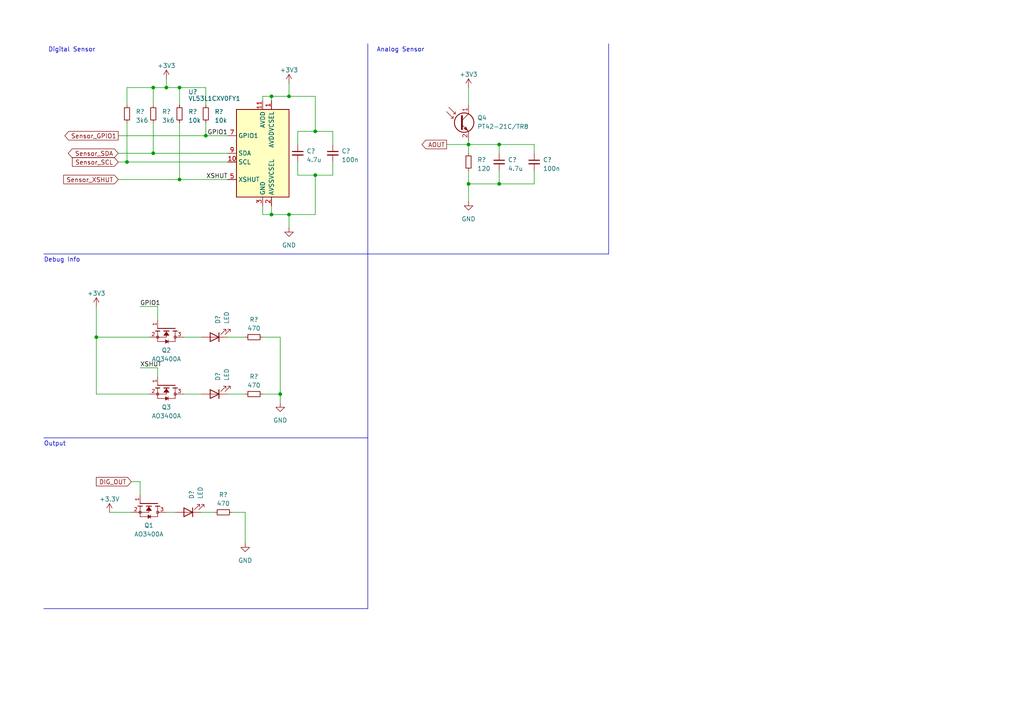
<source format=kicad_sch>
(kicad_sch (version 20230121) (generator eeschema)

  (uuid 2ec83dea-c210-43be-91c5-d8f357c4a306)

  (paper "A4")

  (title_block
    (title "Enviro Sensing HAT")
    (date "2023-03-21")
    (rev "5.1")
  )

  (lib_symbols
    (symbol "AO3400A:AO3400A" (pin_names (offset 1.016)) (in_bom yes) (on_board yes)
      (property "Reference" "Q" (at -8.89 2.54 0)
        (effects (font (size 1.27 1.27)) (justify left bottom))
      )
      (property "Value" "AO3400A" (at -8.89 -7.62 0)
        (effects (font (size 1.27 1.27)) (justify left bottom))
      )
      (property "Footprint" "SOT95P280X125-3N" (at 0 0 0)
        (effects (font (size 1.27 1.27)) (justify bottom) hide)
      )
      (property "Datasheet" "" (at 0 0 0)
        (effects (font (size 1.27 1.27)) hide)
      )
      (property "STANDARD" "IPC 7351B" (at 0 0 0)
        (effects (font (size 1.27 1.27)) (justify bottom) hide)
      )
      (property "MAXIMUM_PACKAGE_HEIGHT" "1.25 mm" (at 0 0 0)
        (effects (font (size 1.27 1.27)) (justify bottom) hide)
      )
      (property "MANUFACTURER" "Alpha & Omega Semiconductor" (at 0 0 0)
        (effects (font (size 1.27 1.27)) (justify bottom) hide)
      )
      (property "PARTREV" "L" (at 0 0 0)
        (effects (font (size 1.27 1.27)) (justify bottom) hide)
      )
      (symbol "AO3400A_0_0"
        (polyline
          (pts
            (xy 0 2.54)
            (xy 0 -2.54)
          )
          (stroke (width 0.254) (type default))
          (fill (type none))
        )
        (polyline
          (pts
            (xy 0.762 -2.54)
            (xy 0.762 -3.175)
          )
          (stroke (width 0.254) (type default))
          (fill (type none))
        )
        (polyline
          (pts
            (xy 0.762 -1.905)
            (xy 0.762 -2.54)
          )
          (stroke (width 0.254) (type default))
          (fill (type none))
        )
        (polyline
          (pts
            (xy 0.762 0)
            (xy 0.762 -0.762)
          )
          (stroke (width 0.254) (type default))
          (fill (type none))
        )
        (polyline
          (pts
            (xy 0.762 0)
            (xy 2.54 0)
          )
          (stroke (width 0.1524) (type default))
          (fill (type none))
        )
        (polyline
          (pts
            (xy 0.762 0.762)
            (xy 0.762 0)
          )
          (stroke (width 0.254) (type default))
          (fill (type none))
        )
        (polyline
          (pts
            (xy 0.762 2.54)
            (xy 0.762 1.905)
          )
          (stroke (width 0.254) (type default))
          (fill (type none))
        )
        (polyline
          (pts
            (xy 0.762 2.54)
            (xy 3.81 2.54)
          )
          (stroke (width 0.1524) (type default))
          (fill (type none))
        )
        (polyline
          (pts
            (xy 0.762 3.175)
            (xy 0.762 2.54)
          )
          (stroke (width 0.254) (type default))
          (fill (type none))
        )
        (polyline
          (pts
            (xy 2.54 -2.54)
            (xy 0.762 -2.54)
          )
          (stroke (width 0.1524) (type default))
          (fill (type none))
        )
        (polyline
          (pts
            (xy 2.54 -2.54)
            (xy 3.81 -2.54)
          )
          (stroke (width 0.1524) (type default))
          (fill (type none))
        )
        (polyline
          (pts
            (xy 2.54 0)
            (xy 2.54 -2.54)
          )
          (stroke (width 0.1524) (type default))
          (fill (type none))
        )
        (polyline
          (pts
            (xy 3.81 0.508)
            (xy 3.302 0.508)
          )
          (stroke (width 0.1524) (type default))
          (fill (type none))
        )
        (polyline
          (pts
            (xy 3.81 0.508)
            (xy 3.81 -2.54)
          )
          (stroke (width 0.1524) (type default))
          (fill (type none))
        )
        (polyline
          (pts
            (xy 3.81 2.54)
            (xy 3.81 0.508)
          )
          (stroke (width 0.1524) (type default))
          (fill (type none))
        )
        (polyline
          (pts
            (xy 4.318 0.508)
            (xy 3.81 0.508)
          )
          (stroke (width 0.1524) (type default))
          (fill (type none))
        )
        (polyline
          (pts
            (xy 1.016 0)
            (xy 2.032 0.762)
            (xy 2.032 -0.762)
            (xy 1.016 0)
          )
          (stroke (width 0.1524) (type default))
          (fill (type outline))
        )
        (polyline
          (pts
            (xy 3.81 0.508)
            (xy 3.302 -0.254)
            (xy 4.318 -0.254)
            (xy 3.81 0.508)
          )
          (stroke (width 0.1524) (type default))
          (fill (type outline))
        )
        (circle (center 2.54 -2.54) (radius 0.3592)
          (stroke (width 0) (type default))
          (fill (type none))
        )
        (circle (center 2.54 2.54) (radius 0.3592)
          (stroke (width 0) (type default))
          (fill (type none))
        )
        (pin passive line (at -2.54 -2.54 0) (length 2.54)
          (name "~" (effects (font (size 1.016 1.016))))
          (number "1" (effects (font (size 1.016 1.016))))
        )
        (pin passive line (at 2.54 -5.08 90) (length 2.54)
          (name "~" (effects (font (size 1.016 1.016))))
          (number "2" (effects (font (size 1.016 1.016))))
        )
        (pin passive line (at 2.54 5.08 270) (length 2.54)
          (name "~" (effects (font (size 1.016 1.016))))
          (number "3" (effects (font (size 1.016 1.016))))
        )
      )
    )
    (symbol "Device:C_Small" (pin_numbers hide) (pin_names (offset 0.254) hide) (in_bom yes) (on_board yes)
      (property "Reference" "C" (at 0.254 1.778 0)
        (effects (font (size 1.27 1.27)) (justify left))
      )
      (property "Value" "C_Small" (at 0.254 -2.032 0)
        (effects (font (size 1.27 1.27)) (justify left))
      )
      (property "Footprint" "" (at 0 0 0)
        (effects (font (size 1.27 1.27)) hide)
      )
      (property "Datasheet" "~" (at 0 0 0)
        (effects (font (size 1.27 1.27)) hide)
      )
      (property "ki_keywords" "capacitor cap" (at 0 0 0)
        (effects (font (size 1.27 1.27)) hide)
      )
      (property "ki_description" "Unpolarized capacitor, small symbol" (at 0 0 0)
        (effects (font (size 1.27 1.27)) hide)
      )
      (property "ki_fp_filters" "C_*" (at 0 0 0)
        (effects (font (size 1.27 1.27)) hide)
      )
      (symbol "C_Small_0_1"
        (polyline
          (pts
            (xy -1.524 -0.508)
            (xy 1.524 -0.508)
          )
          (stroke (width 0.3302) (type default))
          (fill (type none))
        )
        (polyline
          (pts
            (xy -1.524 0.508)
            (xy 1.524 0.508)
          )
          (stroke (width 0.3048) (type default))
          (fill (type none))
        )
      )
      (symbol "C_Small_1_1"
        (pin passive line (at 0 2.54 270) (length 2.032)
          (name "~" (effects (font (size 1.27 1.27))))
          (number "1" (effects (font (size 1.27 1.27))))
        )
        (pin passive line (at 0 -2.54 90) (length 2.032)
          (name "~" (effects (font (size 1.27 1.27))))
          (number "2" (effects (font (size 1.27 1.27))))
        )
      )
    )
    (symbol "Device:LED" (pin_numbers hide) (pin_names (offset 1.016) hide) (in_bom yes) (on_board yes)
      (property "Reference" "D" (at 0 2.54 0)
        (effects (font (size 1.27 1.27)))
      )
      (property "Value" "LED" (at 0 -2.54 0)
        (effects (font (size 1.27 1.27)))
      )
      (property "Footprint" "" (at 0 0 0)
        (effects (font (size 1.27 1.27)) hide)
      )
      (property "Datasheet" "~" (at 0 0 0)
        (effects (font (size 1.27 1.27)) hide)
      )
      (property "ki_keywords" "LED diode" (at 0 0 0)
        (effects (font (size 1.27 1.27)) hide)
      )
      (property "ki_description" "Light emitting diode" (at 0 0 0)
        (effects (font (size 1.27 1.27)) hide)
      )
      (property "ki_fp_filters" "LED* LED_SMD:* LED_THT:*" (at 0 0 0)
        (effects (font (size 1.27 1.27)) hide)
      )
      (symbol "LED_0_1"
        (polyline
          (pts
            (xy -1.27 -1.27)
            (xy -1.27 1.27)
          )
          (stroke (width 0.254) (type default))
          (fill (type none))
        )
        (polyline
          (pts
            (xy -1.27 0)
            (xy 1.27 0)
          )
          (stroke (width 0) (type default))
          (fill (type none))
        )
        (polyline
          (pts
            (xy 1.27 -1.27)
            (xy 1.27 1.27)
            (xy -1.27 0)
            (xy 1.27 -1.27)
          )
          (stroke (width 0.254) (type default))
          (fill (type none))
        )
        (polyline
          (pts
            (xy -3.048 -0.762)
            (xy -4.572 -2.286)
            (xy -3.81 -2.286)
            (xy -4.572 -2.286)
            (xy -4.572 -1.524)
          )
          (stroke (width 0) (type default))
          (fill (type none))
        )
        (polyline
          (pts
            (xy -1.778 -0.762)
            (xy -3.302 -2.286)
            (xy -2.54 -2.286)
            (xy -3.302 -2.286)
            (xy -3.302 -1.524)
          )
          (stroke (width 0) (type default))
          (fill (type none))
        )
      )
      (symbol "LED_1_1"
        (pin passive line (at -3.81 0 0) (length 2.54)
          (name "K" (effects (font (size 1.27 1.27))))
          (number "1" (effects (font (size 1.27 1.27))))
        )
        (pin passive line (at 3.81 0 180) (length 2.54)
          (name "A" (effects (font (size 1.27 1.27))))
          (number "2" (effects (font (size 1.27 1.27))))
        )
      )
    )
    (symbol "Device:Q_Photo_NPN" (pin_names (offset 0) hide) (in_bom yes) (on_board yes)
      (property "Reference" "Q" (at 5.08 1.27 0)
        (effects (font (size 1.27 1.27)) (justify left))
      )
      (property "Value" "Q_Photo_NPN" (at 5.08 -1.27 0)
        (effects (font (size 1.27 1.27)) (justify left))
      )
      (property "Footprint" "" (at 5.08 2.54 0)
        (effects (font (size 1.27 1.27)) hide)
      )
      (property "Datasheet" "~" (at 0 0 0)
        (effects (font (size 1.27 1.27)) hide)
      )
      (property "ki_keywords" "phototransistor NPN" (at 0 0 0)
        (effects (font (size 1.27 1.27)) hide)
      )
      (property "ki_description" "NPN phototransistor, collector/emitter" (at 0 0 0)
        (effects (font (size 1.27 1.27)) hide)
      )
      (symbol "Q_Photo_NPN_0_1"
        (polyline
          (pts
            (xy -1.905 1.27)
            (xy -2.54 1.27)
          )
          (stroke (width 0) (type default))
          (fill (type none))
        )
        (polyline
          (pts
            (xy -1.27 2.54)
            (xy -1.905 2.54)
          )
          (stroke (width 0) (type default))
          (fill (type none))
        )
        (polyline
          (pts
            (xy 0.635 0.635)
            (xy 2.54 2.54)
          )
          (stroke (width 0) (type default))
          (fill (type none))
        )
        (polyline
          (pts
            (xy -3.81 3.175)
            (xy -1.905 1.27)
            (xy -1.905 1.905)
          )
          (stroke (width 0) (type default))
          (fill (type none))
        )
        (polyline
          (pts
            (xy -3.175 4.445)
            (xy -1.27 2.54)
            (xy -1.27 3.175)
          )
          (stroke (width 0) (type default))
          (fill (type none))
        )
        (polyline
          (pts
            (xy 0.635 -0.635)
            (xy 2.54 -2.54)
            (xy 2.54 -2.54)
          )
          (stroke (width 0) (type default))
          (fill (type none))
        )
        (polyline
          (pts
            (xy 0.635 1.905)
            (xy 0.635 -1.905)
            (xy 0.635 -1.905)
          )
          (stroke (width 0.508) (type default))
          (fill (type none))
        )
        (polyline
          (pts
            (xy 1.27 -1.778)
            (xy 1.778 -1.27)
            (xy 2.286 -2.286)
            (xy 1.27 -1.778)
            (xy 1.27 -1.778)
          )
          (stroke (width 0) (type default))
          (fill (type outline))
        )
        (circle (center 1.27 0) (radius 2.8194)
          (stroke (width 0.254) (type default))
          (fill (type none))
        )
      )
      (symbol "Q_Photo_NPN_1_1"
        (pin passive line (at 2.54 5.08 270) (length 2.54)
          (name "C" (effects (font (size 1.27 1.27))))
          (number "1" (effects (font (size 1.27 1.27))))
        )
        (pin passive line (at 2.54 -5.08 90) (length 2.54)
          (name "E" (effects (font (size 1.27 1.27))))
          (number "2" (effects (font (size 1.27 1.27))))
        )
      )
    )
    (symbol "Device:R_Small" (pin_numbers hide) (pin_names (offset 0.254) hide) (in_bom yes) (on_board yes)
      (property "Reference" "R" (at 0.762 0.508 0)
        (effects (font (size 1.27 1.27)) (justify left))
      )
      (property "Value" "R_Small" (at 0.762 -1.016 0)
        (effects (font (size 1.27 1.27)) (justify left))
      )
      (property "Footprint" "" (at 0 0 0)
        (effects (font (size 1.27 1.27)) hide)
      )
      (property "Datasheet" "~" (at 0 0 0)
        (effects (font (size 1.27 1.27)) hide)
      )
      (property "ki_keywords" "R resistor" (at 0 0 0)
        (effects (font (size 1.27 1.27)) hide)
      )
      (property "ki_description" "Resistor, small symbol" (at 0 0 0)
        (effects (font (size 1.27 1.27)) hide)
      )
      (property "ki_fp_filters" "R_*" (at 0 0 0)
        (effects (font (size 1.27 1.27)) hide)
      )
      (symbol "R_Small_0_1"
        (rectangle (start -0.762 1.778) (end 0.762 -1.778)
          (stroke (width 0.2032) (type default))
          (fill (type none))
        )
      )
      (symbol "R_Small_1_1"
        (pin passive line (at 0 2.54 270) (length 0.762)
          (name "~" (effects (font (size 1.27 1.27))))
          (number "1" (effects (font (size 1.27 1.27))))
        )
        (pin passive line (at 0 -2.54 90) (length 0.762)
          (name "~" (effects (font (size 1.27 1.27))))
          (number "2" (effects (font (size 1.27 1.27))))
        )
      )
    )
    (symbol "Sensor_Distance:VL53L1CXV0FY1" (in_bom yes) (on_board yes)
      (property "Reference" "U" (at -6.35 13.97 0)
        (effects (font (size 1.27 1.27)))
      )
      (property "Value" "VL53L1CXV0FY1" (at 12.065 13.97 0)
        (effects (font (size 1.27 1.27)))
      )
      (property "Footprint" "Sensor_Distance:ST_VL53L1x" (at 17.145 -13.97 0)
        (effects (font (size 1.27 1.27)) hide)
      )
      (property "Datasheet" "https://www.st.com/resource/en/datasheet/vl53l1x.pdf" (at 2.54 0 0)
        (effects (font (size 1.27 1.27)) hide)
      )
      (property "ki_keywords" "VL53L1x ToF" (at 0 0 0)
        (effects (font (size 1.27 1.27)) hide)
      )
      (property "ki_description" "4m distance ranging ToF sensor" (at 0 0 0)
        (effects (font (size 1.27 1.27)) hide)
      )
      (property "ki_fp_filters" "ST*VL53L1x*" (at 0 0 0)
        (effects (font (size 1.27 1.27)) hide)
      )
      (symbol "VL53L1CXV0FY1_0_1"
        (rectangle (start -7.62 12.7) (end 7.62 -12.7)
          (stroke (width 0.254) (type default))
          (fill (type background))
        )
      )
      (symbol "VL53L1CXV0FY1_1_1"
        (pin power_in line (at 2.54 15.24 270) (length 2.54)
          (name "AVDDVCSEL" (effects (font (size 1.27 1.27))))
          (number "1" (effects (font (size 1.27 1.27))))
        )
        (pin input line (at -10.16 -2.54 0) (length 2.54)
          (name "SCL" (effects (font (size 1.27 1.27))))
          (number "10" (effects (font (size 1.27 1.27))))
        )
        (pin power_in line (at 0 15.24 270) (length 2.54)
          (name "AVDD" (effects (font (size 1.27 1.27))))
          (number "11" (effects (font (size 1.27 1.27))))
        )
        (pin passive line (at 0 -15.24 90) (length 2.54) hide
          (name "GND" (effects (font (size 1.27 1.27))))
          (number "12" (effects (font (size 1.27 1.27))))
        )
        (pin power_in line (at 2.54 -15.24 90) (length 2.54)
          (name "AVSSVCSEL" (effects (font (size 1.27 1.27))))
          (number "2" (effects (font (size 1.27 1.27))))
        )
        (pin power_in line (at 0 -15.24 90) (length 2.54)
          (name "GND" (effects (font (size 1.27 1.27))))
          (number "3" (effects (font (size 1.27 1.27))))
        )
        (pin passive line (at 0 -15.24 90) (length 2.54) hide
          (name "GND" (effects (font (size 1.27 1.27))))
          (number "4" (effects (font (size 1.27 1.27))))
        )
        (pin input line (at -10.16 -7.62 0) (length 2.54)
          (name "XSHUT" (effects (font (size 1.27 1.27))))
          (number "5" (effects (font (size 1.27 1.27))))
        )
        (pin passive line (at 0 -15.24 90) (length 2.54) hide
          (name "GND" (effects (font (size 1.27 1.27))))
          (number "6" (effects (font (size 1.27 1.27))))
        )
        (pin open_collector line (at -10.16 5.08 0) (length 2.54)
          (name "GPIO1" (effects (font (size 1.27 1.27))))
          (number "7" (effects (font (size 1.27 1.27))))
        )
        (pin no_connect line (at -7.62 7.62 0) (length 2.54) hide
          (name "DNC" (effects (font (size 1.27 1.27))))
          (number "8" (effects (font (size 1.27 1.27))))
        )
        (pin bidirectional line (at -10.16 0 0) (length 2.54)
          (name "SDA" (effects (font (size 1.27 1.27))))
          (number "9" (effects (font (size 1.27 1.27))))
        )
      )
    )
    (symbol "power:+3.3V" (power) (pin_names (offset 0)) (in_bom yes) (on_board yes)
      (property "Reference" "#PWR" (at 0 -3.81 0)
        (effects (font (size 1.27 1.27)) hide)
      )
      (property "Value" "+3.3V" (at 0 3.556 0)
        (effects (font (size 1.27 1.27)))
      )
      (property "Footprint" "" (at 0 0 0)
        (effects (font (size 1.27 1.27)) hide)
      )
      (property "Datasheet" "" (at 0 0 0)
        (effects (font (size 1.27 1.27)) hide)
      )
      (property "ki_keywords" "global power" (at 0 0 0)
        (effects (font (size 1.27 1.27)) hide)
      )
      (property "ki_description" "Power symbol creates a global label with name \"+3.3V\"" (at 0 0 0)
        (effects (font (size 1.27 1.27)) hide)
      )
      (symbol "+3.3V_0_1"
        (polyline
          (pts
            (xy -0.762 1.27)
            (xy 0 2.54)
          )
          (stroke (width 0) (type default))
          (fill (type none))
        )
        (polyline
          (pts
            (xy 0 0)
            (xy 0 2.54)
          )
          (stroke (width 0) (type default))
          (fill (type none))
        )
        (polyline
          (pts
            (xy 0 2.54)
            (xy 0.762 1.27)
          )
          (stroke (width 0) (type default))
          (fill (type none))
        )
      )
      (symbol "+3.3V_1_1"
        (pin power_in line (at 0 0 90) (length 0) hide
          (name "+3.3V" (effects (font (size 1.27 1.27))))
          (number "1" (effects (font (size 1.27 1.27))))
        )
      )
    )
    (symbol "power:+3V3" (power) (pin_names (offset 0)) (in_bom yes) (on_board yes)
      (property "Reference" "#PWR" (at 0 -3.81 0)
        (effects (font (size 1.27 1.27)) hide)
      )
      (property "Value" "+3V3" (at 0 3.556 0)
        (effects (font (size 1.27 1.27)))
      )
      (property "Footprint" "" (at 0 0 0)
        (effects (font (size 1.27 1.27)) hide)
      )
      (property "Datasheet" "" (at 0 0 0)
        (effects (font (size 1.27 1.27)) hide)
      )
      (property "ki_keywords" "global power" (at 0 0 0)
        (effects (font (size 1.27 1.27)) hide)
      )
      (property "ki_description" "Power symbol creates a global label with name \"+3V3\"" (at 0 0 0)
        (effects (font (size 1.27 1.27)) hide)
      )
      (symbol "+3V3_0_1"
        (polyline
          (pts
            (xy -0.762 1.27)
            (xy 0 2.54)
          )
          (stroke (width 0) (type default))
          (fill (type none))
        )
        (polyline
          (pts
            (xy 0 0)
            (xy 0 2.54)
          )
          (stroke (width 0) (type default))
          (fill (type none))
        )
        (polyline
          (pts
            (xy 0 2.54)
            (xy 0.762 1.27)
          )
          (stroke (width 0) (type default))
          (fill (type none))
        )
      )
      (symbol "+3V3_1_1"
        (pin power_in line (at 0 0 90) (length 0) hide
          (name "+3V3" (effects (font (size 1.27 1.27))))
          (number "1" (effects (font (size 1.27 1.27))))
        )
      )
    )
    (symbol "power:GND" (power) (pin_names (offset 0)) (in_bom yes) (on_board yes)
      (property "Reference" "#PWR" (at 0 -6.35 0)
        (effects (font (size 1.27 1.27)) hide)
      )
      (property "Value" "GND" (at 0 -3.81 0)
        (effects (font (size 1.27 1.27)))
      )
      (property "Footprint" "" (at 0 0 0)
        (effects (font (size 1.27 1.27)) hide)
      )
      (property "Datasheet" "" (at 0 0 0)
        (effects (font (size 1.27 1.27)) hide)
      )
      (property "ki_keywords" "global power" (at 0 0 0)
        (effects (font (size 1.27 1.27)) hide)
      )
      (property "ki_description" "Power symbol creates a global label with name \"GND\" , ground" (at 0 0 0)
        (effects (font (size 1.27 1.27)) hide)
      )
      (symbol "GND_0_1"
        (polyline
          (pts
            (xy 0 0)
            (xy 0 -1.27)
            (xy 1.27 -1.27)
            (xy 0 -2.54)
            (xy -1.27 -1.27)
            (xy 0 -1.27)
          )
          (stroke (width 0) (type default))
          (fill (type none))
        )
      )
      (symbol "GND_1_1"
        (pin power_in line (at 0 0 270) (length 0) hide
          (name "GND" (effects (font (size 1.27 1.27))))
          (number "1" (effects (font (size 1.27 1.27))))
        )
      )
    )
  )

  (junction (at 44.45 25.4) (diameter 0) (color 0 0 0 0)
    (uuid 0a10eba8-1315-4866-8bd1-527968ed7989)
  )
  (junction (at 91.44 38.1) (diameter 0) (color 0 0 0 0)
    (uuid 1f0589f0-eda3-456b-a446-f45a7f0cc725)
  )
  (junction (at 78.74 27.94) (diameter 0) (color 0 0 0 0)
    (uuid 33e88b27-87c9-45c7-9210-453994a42daa)
  )
  (junction (at 44.45 44.45) (diameter 0) (color 0 0 0 0)
    (uuid 3ab4b21d-9764-4db6-8629-e34dae8bc772)
  )
  (junction (at 59.69 39.37) (diameter 0) (color 0 0 0 0)
    (uuid 3d90ba48-f1f8-4b95-bdab-fef6d6195c7b)
  )
  (junction (at 91.44 50.8) (diameter 0) (color 0 0 0 0)
    (uuid 42a5a251-2c92-4c1b-bdb3-0cb36723ca38)
  )
  (junction (at 135.89 53.34) (diameter 0) (color 0 0 0 0)
    (uuid 512c296c-5318-490c-887c-a164afb4d934)
  )
  (junction (at 36.83 46.99) (diameter 0) (color 0 0 0 0)
    (uuid 5dd31435-9ac4-4012-ba29-04026e05fc40)
  )
  (junction (at 52.07 25.4) (diameter 0) (color 0 0 0 0)
    (uuid 76f8f6dd-9d5e-49c6-9c3a-68edee15ef0d)
  )
  (junction (at 27.94 97.79) (diameter 0) (color 0 0 0 0)
    (uuid 7d08a27d-67f8-44c3-a267-ee567c870aa9)
  )
  (junction (at 144.78 53.34) (diameter 0) (color 0 0 0 0)
    (uuid 8a22a500-84d2-4e38-ac10-6a0acf8dafcb)
  )
  (junction (at 78.74 62.23) (diameter 0) (color 0 0 0 0)
    (uuid a59ee77c-b419-41d6-8e86-5e10ae67edc9)
  )
  (junction (at 48.26 25.4) (diameter 0) (color 0 0 0 0)
    (uuid b26d7e66-5c79-4c88-bc51-149a9223bf31)
  )
  (junction (at 81.28 114.3) (diameter 0) (color 0 0 0 0)
    (uuid b35c8a57-31c4-4fdf-91c9-509fe3886fd1)
  )
  (junction (at 144.78 41.91) (diameter 0) (color 0 0 0 0)
    (uuid ba2da7e6-979b-42b6-b9e8-52c33709b846)
  )
  (junction (at 135.89 41.91) (diameter 0) (color 0 0 0 0)
    (uuid c4829622-9862-46ea-86ce-e34d0beed9da)
  )
  (junction (at 52.07 52.07) (diameter 0) (color 0 0 0 0)
    (uuid e101a9c2-0e8f-4759-9326-566f2fa0ef38)
  )
  (junction (at 83.82 27.94) (diameter 0) (color 0 0 0 0)
    (uuid e96570bc-4db5-4d61-b821-55624c4573f1)
  )
  (junction (at 83.82 62.23) (diameter 0) (color 0 0 0 0)
    (uuid ed5ce2c2-2fd7-4ae4-9a8f-7b0fbd85d2cf)
  )

  (wire (pts (xy 91.44 38.1) (xy 86.36 38.1))
    (stroke (width 0) (type default))
    (uuid 0b690141-b8f2-4e8d-b76d-742c883e6a57)
  )
  (polyline (pts (xy 176.53 73.66) (xy 106.68 73.66))
    (stroke (width 0) (type default))
    (uuid 0c9c940f-9c47-463a-8252-ed88326eed43)
  )

  (wire (pts (xy 81.28 97.79) (xy 81.28 114.3))
    (stroke (width 0) (type default))
    (uuid 0d15ebf0-3ef4-4367-a8f0-b5f4e03254f2)
  )
  (wire (pts (xy 86.36 46.99) (xy 86.36 50.8))
    (stroke (width 0) (type default))
    (uuid 0d472599-147b-404d-9ce5-ae1bfc575ab3)
  )
  (wire (pts (xy 66.04 114.3) (xy 71.12 114.3))
    (stroke (width 0) (type default))
    (uuid 0e6b4d35-9175-4eee-b70d-183b54daa0c7)
  )
  (wire (pts (xy 78.74 59.69) (xy 78.74 62.23))
    (stroke (width 0) (type default))
    (uuid 14bfa51b-0f86-4c09-91a6-cd03c19907df)
  )
  (wire (pts (xy 27.94 88.9) (xy 27.94 97.79))
    (stroke (width 0) (type default))
    (uuid 15190def-2bce-455c-9ee7-2006a81ff0e3)
  )
  (wire (pts (xy 62.23 148.59) (xy 58.42 148.59))
    (stroke (width 0) (type default))
    (uuid 1e0fcead-c84b-4605-bfa5-2414a52f8fb9)
  )
  (wire (pts (xy 91.44 62.23) (xy 91.44 50.8))
    (stroke (width 0) (type default))
    (uuid 2189b292-e070-433a-89ac-6143c27e2f41)
  )
  (wire (pts (xy 52.07 25.4) (xy 52.07 30.48))
    (stroke (width 0) (type default))
    (uuid 23510515-d4ab-4b43-89a4-545f5eb39cb5)
  )
  (wire (pts (xy 91.44 27.94) (xy 91.44 38.1))
    (stroke (width 0) (type default))
    (uuid 247aef46-f51d-42a5-bc07-c2b996eaa948)
  )
  (wire (pts (xy 40.64 88.9) (xy 45.72 88.9))
    (stroke (width 0) (type default))
    (uuid 29b0310d-e9c1-46b0-b9de-cdc2af428ab9)
  )
  (wire (pts (xy 135.89 58.42) (xy 135.89 53.34))
    (stroke (width 0) (type default))
    (uuid 2a286b20-474c-4046-b2fc-66c428773181)
  )
  (wire (pts (xy 91.44 50.8) (xy 96.52 50.8))
    (stroke (width 0) (type default))
    (uuid 2bc83826-bb08-493e-bdc1-46763eceb22e)
  )
  (wire (pts (xy 38.1 139.7) (xy 40.64 139.7))
    (stroke (width 0) (type default))
    (uuid 2e1fcc2c-d081-486c-a0ff-61600ce040f1)
  )
  (polyline (pts (xy 12.7 176.53) (xy 106.68 176.53))
    (stroke (width 0) (type default))
    (uuid 2e3a3ddc-e6c5-4151-89aa-46feee2a1253)
  )

  (wire (pts (xy 135.89 25.4) (xy 135.89 30.48))
    (stroke (width 0) (type default))
    (uuid 336bd2ad-e6a3-496a-a0c6-a4ddde95dd03)
  )
  (wire (pts (xy 45.72 109.22) (xy 45.72 106.68))
    (stroke (width 0) (type default))
    (uuid 35abf3a6-294b-4f2e-92f9-087abbbe2f8d)
  )
  (wire (pts (xy 40.64 106.68) (xy 45.72 106.68))
    (stroke (width 0) (type default))
    (uuid 37e566a4-905a-47c8-9683-2e286499edd3)
  )
  (wire (pts (xy 76.2 59.69) (xy 76.2 62.23))
    (stroke (width 0) (type default))
    (uuid 3a4780e6-9830-47a8-a051-4303d89d5e0d)
  )
  (wire (pts (xy 31.75 148.59) (xy 38.1 148.59))
    (stroke (width 0) (type default))
    (uuid 3aadff38-1b6d-4dd2-a6ab-d02f088fd8b2)
  )
  (wire (pts (xy 34.29 44.45) (xy 44.45 44.45))
    (stroke (width 0) (type default))
    (uuid 3cd5cc3d-1382-4d5e-be19-6bb8a1720e14)
  )
  (wire (pts (xy 83.82 24.13) (xy 83.82 27.94))
    (stroke (width 0) (type default))
    (uuid 3fb7bdfc-86c0-4fe6-8c5c-ea95c5293afa)
  )
  (wire (pts (xy 83.82 62.23) (xy 83.82 66.04))
    (stroke (width 0) (type default))
    (uuid 44830b3f-9636-412e-bd78-811f65975b07)
  )
  (wire (pts (xy 48.26 25.4) (xy 52.07 25.4))
    (stroke (width 0) (type default))
    (uuid 493c9d73-34c5-49ec-8d43-c9350bf9edbb)
  )
  (wire (pts (xy 48.26 22.86) (xy 48.26 25.4))
    (stroke (width 0) (type default))
    (uuid 4a5b63e6-c97a-4f0c-952f-e465d225e154)
  )
  (wire (pts (xy 144.78 41.91) (xy 144.78 44.45))
    (stroke (width 0) (type default))
    (uuid 4c716ebd-8a9b-4701-868a-c05982313787)
  )
  (wire (pts (xy 144.78 41.91) (xy 154.94 41.91))
    (stroke (width 0) (type default))
    (uuid 4c97fd57-9a32-4bb0-919b-46accd26f390)
  )
  (wire (pts (xy 36.83 30.48) (xy 36.83 25.4))
    (stroke (width 0) (type default))
    (uuid 4cc6ad93-f8c1-4014-95bd-d1fc8d858881)
  )
  (wire (pts (xy 48.26 148.59) (xy 50.8 148.59))
    (stroke (width 0) (type default))
    (uuid 50cb6a65-c5f4-424a-b01c-80f25f1d69f2)
  )
  (polyline (pts (xy 176.53 12.7) (xy 176.53 73.66))
    (stroke (width 0) (type default))
    (uuid 543a0fb1-9292-4356-9969-dcd0d03f2fee)
  )

  (wire (pts (xy 36.83 46.99) (xy 66.04 46.99))
    (stroke (width 0) (type default))
    (uuid 59263242-7805-45d4-9978-e16b26d50955)
  )
  (wire (pts (xy 27.94 114.3) (xy 43.18 114.3))
    (stroke (width 0) (type default))
    (uuid 59efd145-5551-4ba3-a52b-49db6ba3aab3)
  )
  (wire (pts (xy 67.31 148.59) (xy 71.12 148.59))
    (stroke (width 0) (type default))
    (uuid 5a260a79-d4b5-4834-9100-15b17f82548a)
  )
  (wire (pts (xy 135.89 40.64) (xy 135.89 41.91))
    (stroke (width 0) (type default))
    (uuid 5ea26b18-3d69-4e21-94f4-9f09a68318f9)
  )
  (wire (pts (xy 81.28 116.84) (xy 81.28 114.3))
    (stroke (width 0) (type default))
    (uuid 5ffca407-de19-4e1e-a36a-80730b01b6e8)
  )
  (wire (pts (xy 144.78 53.34) (xy 135.89 53.34))
    (stroke (width 0) (type default))
    (uuid 610e2c24-3db4-45f6-aff8-481b16fdddf8)
  )
  (wire (pts (xy 53.34 114.3) (xy 58.42 114.3))
    (stroke (width 0) (type default))
    (uuid 61cf51af-eedf-4d50-9c33-1c2ace3dc4d4)
  )
  (wire (pts (xy 40.64 139.7) (xy 40.64 143.51))
    (stroke (width 0) (type default))
    (uuid 6b2964b4-6958-4486-89b7-fd41c3e92cd8)
  )
  (wire (pts (xy 76.2 114.3) (xy 81.28 114.3))
    (stroke (width 0) (type default))
    (uuid 6c02fcce-3aca-4cf7-a330-52b22a7cfb05)
  )
  (wire (pts (xy 66.04 97.79) (xy 71.12 97.79))
    (stroke (width 0) (type default))
    (uuid 705b2a90-4ab8-4439-a824-ce6770be86fd)
  )
  (wire (pts (xy 44.45 25.4) (xy 48.26 25.4))
    (stroke (width 0) (type default))
    (uuid 75b5a4e9-1e6f-437f-a127-e7117d33d8b1)
  )
  (wire (pts (xy 76.2 27.94) (xy 78.74 27.94))
    (stroke (width 0) (type default))
    (uuid 7b1aefe4-9173-4159-81ee-54ad5631a599)
  )
  (wire (pts (xy 83.82 62.23) (xy 91.44 62.23))
    (stroke (width 0) (type default))
    (uuid 7dd10ccb-9ba4-403d-a49c-67c1039e1756)
  )
  (wire (pts (xy 36.83 46.99) (xy 36.83 35.56))
    (stroke (width 0) (type default))
    (uuid 7e618e97-a3bd-483e-b481-b2312016c53c)
  )
  (polyline (pts (xy 106.68 12.7) (xy 106.68 73.66))
    (stroke (width 0) (type default))
    (uuid 8575db93-32b5-4e6f-8c87-edc74ae2d9f8)
  )

  (wire (pts (xy 154.94 41.91) (xy 154.94 44.45))
    (stroke (width 0) (type default))
    (uuid 88415953-4844-48b0-b8f8-5d2c84c21bf1)
  )
  (wire (pts (xy 135.89 41.91) (xy 135.89 44.45))
    (stroke (width 0) (type default))
    (uuid 8bcc05bc-0888-492b-bd83-8b9389779593)
  )
  (wire (pts (xy 154.94 53.34) (xy 144.78 53.34))
    (stroke (width 0) (type default))
    (uuid 8c5bf3ac-bea8-4d77-a9a9-65a559c5c3d8)
  )
  (wire (pts (xy 59.69 25.4) (xy 59.69 30.48))
    (stroke (width 0) (type default))
    (uuid 9b75ee99-f9a5-437c-9cb5-9d13e48a3de4)
  )
  (wire (pts (xy 59.69 39.37) (xy 66.04 39.37))
    (stroke (width 0) (type default))
    (uuid 9d0e985d-c6ad-47f5-aa27-0a175a0d4905)
  )
  (wire (pts (xy 44.45 35.56) (xy 44.45 44.45))
    (stroke (width 0) (type default))
    (uuid 9e1e3c18-45f1-45ad-8491-c9595e2eeae9)
  )
  (wire (pts (xy 59.69 35.56) (xy 59.69 39.37))
    (stroke (width 0) (type default))
    (uuid a27ef1e0-33e0-410b-8c8e-cc19f608b46a)
  )
  (wire (pts (xy 52.07 25.4) (xy 59.69 25.4))
    (stroke (width 0) (type default))
    (uuid a462a558-4bd1-452e-8916-dc84e50738e5)
  )
  (wire (pts (xy 91.44 38.1) (xy 96.52 38.1))
    (stroke (width 0) (type default))
    (uuid aca1fd26-d3b9-4b35-b388-2c517d0295ab)
  )
  (wire (pts (xy 135.89 49.53) (xy 135.89 53.34))
    (stroke (width 0) (type default))
    (uuid aca69b53-e16b-4bb9-9aa2-767a53a836be)
  )
  (polyline (pts (xy 12.7 127) (xy 106.68 127))
    (stroke (width 0) (type default))
    (uuid acf620f6-9f5d-42c3-8d98-c77ffc29c163)
  )

  (wire (pts (xy 96.52 50.8) (xy 96.52 46.99))
    (stroke (width 0) (type default))
    (uuid b4dc98bd-c394-478c-97f7-ed7ecf223ecd)
  )
  (polyline (pts (xy 106.68 127) (xy 106.68 176.53))
    (stroke (width 0) (type default))
    (uuid b56dc1a7-8f33-46f6-9970-80ed6e909bdc)
  )

  (wire (pts (xy 27.94 97.79) (xy 43.18 97.79))
    (stroke (width 0) (type default))
    (uuid b64c10cf-6438-4d4f-970a-db484e5c37de)
  )
  (wire (pts (xy 27.94 97.79) (xy 27.94 114.3))
    (stroke (width 0) (type default))
    (uuid bb217f34-3286-4c54-8d41-42f5c7bc9ddf)
  )
  (wire (pts (xy 53.34 97.79) (xy 58.42 97.79))
    (stroke (width 0) (type default))
    (uuid bebe94fa-b747-486b-980c-5a84bc9c3a64)
  )
  (wire (pts (xy 78.74 62.23) (xy 83.82 62.23))
    (stroke (width 0) (type default))
    (uuid c094007c-6766-4f9b-b4fa-d6f163d3a04d)
  )
  (wire (pts (xy 83.82 27.94) (xy 91.44 27.94))
    (stroke (width 0) (type default))
    (uuid c22622b4-e7bd-4152-82cd-2f3def32bef8)
  )
  (wire (pts (xy 34.29 46.99) (xy 36.83 46.99))
    (stroke (width 0) (type default))
    (uuid c510d854-2338-480b-89d1-dcb25cce9928)
  )
  (wire (pts (xy 36.83 25.4) (xy 44.45 25.4))
    (stroke (width 0) (type default))
    (uuid c7ae5a5d-0233-4383-9829-a5296e82303b)
  )
  (polyline (pts (xy 106.68 73.66) (xy 106.68 127))
    (stroke (width 0) (type default))
    (uuid c7e7fed7-707d-4b1b-8d2d-db4b13c2f99d)
  )

  (wire (pts (xy 52.07 35.56) (xy 52.07 52.07))
    (stroke (width 0) (type default))
    (uuid c998bfc9-2345-4eb5-bc81-1e5f2dad5085)
  )
  (wire (pts (xy 129.54 41.91) (xy 135.89 41.91))
    (stroke (width 0) (type default))
    (uuid cc2d2609-f3aa-4376-93ce-5b137a708869)
  )
  (wire (pts (xy 78.74 27.94) (xy 83.82 27.94))
    (stroke (width 0) (type default))
    (uuid cc2db0f4-e205-4e52-83d1-af2a4ba5cf8a)
  )
  (wire (pts (xy 34.29 52.07) (xy 52.07 52.07))
    (stroke (width 0) (type default))
    (uuid ccb174b4-192c-45a2-bc41-d4790f7146e5)
  )
  (wire (pts (xy 71.12 148.59) (xy 71.12 157.48))
    (stroke (width 0) (type default))
    (uuid ce53e764-3f84-429e-a760-34cb034a09d8)
  )
  (wire (pts (xy 45.72 92.71) (xy 45.72 88.9))
    (stroke (width 0) (type default))
    (uuid d35eb8b2-4d3a-401a-8d97-1ecb31db1b55)
  )
  (wire (pts (xy 78.74 27.94) (xy 78.74 29.21))
    (stroke (width 0) (type default))
    (uuid d65a2b63-9219-4b69-84b8-5ede3ff3cdbc)
  )
  (wire (pts (xy 76.2 29.21) (xy 76.2 27.94))
    (stroke (width 0) (type default))
    (uuid d7e483e2-51c0-454f-85f0-4e266aeaad06)
  )
  (polyline (pts (xy 12.7 73.66) (xy 106.68 73.66))
    (stroke (width 0) (type default))
    (uuid d95e0f97-a301-4d0b-b1ae-a43d6cd2f8eb)
  )

  (wire (pts (xy 154.94 49.53) (xy 154.94 53.34))
    (stroke (width 0) (type default))
    (uuid de0f6d2f-72e4-4b8b-82f7-f90afaaedec8)
  )
  (wire (pts (xy 144.78 49.53) (xy 144.78 53.34))
    (stroke (width 0) (type default))
    (uuid de442b1a-9301-496f-a7a4-d9c1f3a2d0ab)
  )
  (wire (pts (xy 76.2 62.23) (xy 78.74 62.23))
    (stroke (width 0) (type default))
    (uuid e89dc1be-a56d-4bf2-9720-1226a275a340)
  )
  (wire (pts (xy 86.36 38.1) (xy 86.36 41.91))
    (stroke (width 0) (type default))
    (uuid ee8ee2a8-e5b4-4fad-99fb-b15b5df9fcbe)
  )
  (wire (pts (xy 135.89 41.91) (xy 144.78 41.91))
    (stroke (width 0) (type default))
    (uuid eec6338d-17b7-4df4-ba59-07d3af4552fa)
  )
  (wire (pts (xy 76.2 97.79) (xy 81.28 97.79))
    (stroke (width 0) (type default))
    (uuid efddf26e-b57c-4806-bef4-3ef3d3a60f9b)
  )
  (wire (pts (xy 34.29 39.37) (xy 59.69 39.37))
    (stroke (width 0) (type default))
    (uuid f2b21998-24a7-422d-bfc5-714f43de590c)
  )
  (wire (pts (xy 44.45 25.4) (xy 44.45 30.48))
    (stroke (width 0) (type default))
    (uuid f3b54071-c397-4b0a-af29-b7b7851fd6a9)
  )
  (wire (pts (xy 96.52 38.1) (xy 96.52 41.91))
    (stroke (width 0) (type default))
    (uuid f63cece4-cd27-4e8c-b5f3-dcc70a98fb12)
  )
  (wire (pts (xy 86.36 50.8) (xy 91.44 50.8))
    (stroke (width 0) (type default))
    (uuid f9c11f4b-e3f1-4ae3-882d-e4dd4b4db82a)
  )
  (wire (pts (xy 44.45 44.45) (xy 66.04 44.45))
    (stroke (width 0) (type default))
    (uuid fb8d9e92-9cb2-4695-aaa5-db92527345cd)
  )
  (wire (pts (xy 52.07 52.07) (xy 66.04 52.07))
    (stroke (width 0) (type default))
    (uuid fec5c24e-a7ac-4819-83ff-17df6bd5af9b)
  )

  (text "Debug Info" (at 12.7 76.2 0)
    (effects (font (size 1.27 1.27)) (justify left bottom))
    (uuid 01e370c6-76c9-4394-9233-8c500e2cbc67)
  )
  (text "Output" (at 12.7 129.54 0)
    (effects (font (size 1.27 1.27)) (justify left bottom))
    (uuid 37172e50-01e7-4e04-ba78-b86914e36712)
  )
  (text "Digital Sensor" (at 13.97 15.24 0)
    (effects (font (size 1.27 1.27)) (justify left bottom))
    (uuid 63f0a52c-95e0-4338-a90b-c9cba57d8361)
  )
  (text "Analog Sensor\n" (at 109.22 15.24 0)
    (effects (font (size 1.27 1.27)) (justify left bottom))
    (uuid c7ea2604-62c0-45c9-8ceb-49ccd21ffa51)
  )

  (label "XSHUT" (at 66.04 52.07 180) (fields_autoplaced)
    (effects (font (size 1.27 1.27)) (justify right bottom))
    (uuid 15477275-f570-4ebb-8061-d5def180f5c0)
  )
  (label "XSHUT" (at 40.64 106.68 0) (fields_autoplaced)
    (effects (font (size 1.27 1.27)) (justify left bottom))
    (uuid 79c73864-4555-4627-9e74-0ab037596b25)
  )
  (label "GPIO1" (at 40.64 88.9 0) (fields_autoplaced)
    (effects (font (size 1.27 1.27)) (justify left bottom))
    (uuid ce7c817a-f26c-4a77-84c3-c397d790f496)
  )
  (label "GPIO1" (at 66.04 39.37 180) (fields_autoplaced)
    (effects (font (size 1.27 1.27)) (justify right bottom))
    (uuid e3cc3f3b-b49b-4dd3-b75f-2c86f19ad6e1)
  )

  (global_label "Sensor_SDA" (shape bidirectional) (at 34.29 44.45 180) (fields_autoplaced)
    (effects (font (size 1.27 1.27)) (justify right))
    (uuid 1a6f29c8-3de8-4152-8587-fc5bc043400d)
    (property "Intersheetrefs" "${INTERSHEET_REFS}" (at 19.3268 44.45 0)
      (effects (font (size 1.27 1.27)) (justify right) hide)
    )
  )
  (global_label "AOUT" (shape output) (at 129.54 41.91 180) (fields_autoplaced)
    (effects (font (size 1.27 1.27)) (justify right))
    (uuid 2f45dc62-fcf6-4032-a39f-6697b2ad9b8b)
    (property "Intersheetrefs" "${INTERSHEET_REFS}" (at 121.917 41.91 0)
      (effects (font (size 1.27 1.27)) (justify right) hide)
    )
  )
  (global_label "DIG_OUT" (shape input) (at 38.1 139.7 180) (fields_autoplaced)
    (effects (font (size 1.27 1.27)) (justify right))
    (uuid 41e5421f-9cb4-4005-8c64-7e4981673f68)
    (property "Intersheetrefs" "${INTERSHEET_REFS}" (at 27.4532 139.7 0)
      (effects (font (size 1.27 1.27)) (justify right) hide)
    )
  )
  (global_label "Sensor_GPIO1" (shape output) (at 34.29 39.37 180) (fields_autoplaced)
    (effects (font (size 1.27 1.27)) (justify right))
    (uuid 85da71db-310e-48f0-8627-d659af9cba7c)
    (property "Intersheetrefs" "${INTERSHEET_REFS}" (at 18.3214 39.37 0)
      (effects (font (size 1.27 1.27)) (justify right) hide)
    )
  )
  (global_label "Sensor_XSHUT" (shape input) (at 34.29 52.07 180) (fields_autoplaced)
    (effects (font (size 1.27 1.27)) (justify right))
    (uuid dfcef05c-e9d0-4f8a-b334-3b9df0232a68)
    (property "Intersheetrefs" "${INTERSHEET_REFS}" (at 17.9586 52.07 0)
      (effects (font (size 1.27 1.27)) (justify right) hide)
    )
  )
  (global_label "Sensor_SCL" (shape input) (at 34.29 46.99 180) (fields_autoplaced)
    (effects (font (size 1.27 1.27)) (justify right))
    (uuid fa77d33a-017c-4428-9c0f-444caf8938e9)
    (property "Intersheetrefs" "${INTERSHEET_REFS}" (at 20.4986 46.99 0)
      (effects (font (size 1.27 1.27)) (justify right) hide)
    )
  )

  (symbol (lib_id "Device:LED") (at 62.23 97.79 180) (unit 1)
    (in_bom yes) (on_board yes) (dnp no) (fields_autoplaced)
    (uuid 0162c9ba-f798-4107-a60c-587a018ad6cf)
    (property "Reference" "D?" (at 63.1825 93.98 90)
      (effects (font (size 1.27 1.27)) (justify right))
    )
    (property "Value" "LED" (at 65.7225 93.98 90)
      (effects (font (size 1.27 1.27)) (justify right))
    )
    (property "Footprint" "LED_SMD:LED_0805_2012Metric" (at 62.23 97.79 0)
      (effects (font (size 1.27 1.27)) hide)
    )
    (property "Datasheet" "~" (at 62.23 97.79 0)
      (effects (font (size 1.27 1.27)) hide)
    )
    (pin "1" (uuid 44ee64a6-800c-46fb-ac6a-6972cd4bce9b))
    (pin "2" (uuid 1a351514-f1c8-462f-8449-a0f074c5e646))
    (instances
      (project "EnviroHAT"
        (path "/a74e31c2-fcf5-43a5-9331-08916f60248b/1f29c7bb-3a0b-4611-ad74-2baaa71e5961"
          (reference "D?") (unit 1)
        )
        (path "/a74e31c2-fcf5-43a5-9331-08916f60248b/165e1195-d79e-4072-af51-99c852762441"
          (reference "D4") (unit 1)
        )
      )
      (project "Wk3"
        (path "/c0cfcaff-cbfc-454f-89d3-3bb65d015904"
          (reference "D?") (unit 1)
        )
      )
    )
  )

  (symbol (lib_id "Device:C_Small") (at 86.36 44.45 0) (unit 1)
    (in_bom yes) (on_board yes) (dnp no) (fields_autoplaced)
    (uuid 03ed6ac7-a62e-470d-8e71-fdf7d9bcf2c5)
    (property "Reference" "C?" (at 88.9 43.8213 0)
      (effects (font (size 1.27 1.27)) (justify left))
    )
    (property "Value" "4.7u" (at 88.9 46.3613 0)
      (effects (font (size 1.27 1.27)) (justify left))
    )
    (property "Footprint" "Capacitor_SMD:C_1206_3216Metric" (at 86.36 44.45 0)
      (effects (font (size 1.27 1.27)) hide)
    )
    (property "Datasheet" "~" (at 86.36 44.45 0)
      (effects (font (size 1.27 1.27)) hide)
    )
    (pin "1" (uuid cfa349bd-aac5-4b1d-b56f-2d37e4a67bd1))
    (pin "2" (uuid 9d189721-839d-4b6a-9240-34c6cf4d3fad))
    (instances
      (project "EnviroHAT"
        (path "/a74e31c2-fcf5-43a5-9331-08916f60248b/1f29c7bb-3a0b-4611-ad74-2baaa71e5961"
          (reference "C?") (unit 1)
        )
        (path "/a74e31c2-fcf5-43a5-9331-08916f60248b/165e1195-d79e-4072-af51-99c852762441"
          (reference "C11") (unit 1)
        )
      )
      (project "Wk3"
        (path "/c0cfcaff-cbfc-454f-89d3-3bb65d015904"
          (reference "C?") (unit 1)
        )
      )
    )
  )

  (symbol (lib_id "Device:LED") (at 62.23 114.3 180) (unit 1)
    (in_bom yes) (on_board yes) (dnp no)
    (uuid 0457457e-9487-4e53-9de4-d1912389706f)
    (property "Reference" "D?" (at 63.1825 110.49 90)
      (effects (font (size 1.27 1.27)) (justify right))
    )
    (property "Value" "LED" (at 65.7225 110.49 90)
      (effects (font (size 1.27 1.27)) (justify right))
    )
    (property "Footprint" "LED_SMD:LED_0805_2012Metric" (at 62.23 114.3 0)
      (effects (font (size 1.27 1.27)) hide)
    )
    (property "Datasheet" "~" (at 62.23 114.3 0)
      (effects (font (size 1.27 1.27)) hide)
    )
    (pin "1" (uuid e118359a-f22c-4a07-899f-40e14b2f112a))
    (pin "2" (uuid afbff8c2-d5ef-4a6c-99ec-5c01a01dc309))
    (instances
      (project "EnviroHAT"
        (path "/a74e31c2-fcf5-43a5-9331-08916f60248b/1f29c7bb-3a0b-4611-ad74-2baaa71e5961"
          (reference "D?") (unit 1)
        )
        (path "/a74e31c2-fcf5-43a5-9331-08916f60248b/165e1195-d79e-4072-af51-99c852762441"
          (reference "D5") (unit 1)
        )
      )
      (project "Wk3"
        (path "/c0cfcaff-cbfc-454f-89d3-3bb65d015904"
          (reference "D?") (unit 1)
        )
      )
    )
  )

  (symbol (lib_id "power:GND") (at 71.12 157.48 0) (unit 1)
    (in_bom yes) (on_board yes) (dnp no) (fields_autoplaced)
    (uuid 121e0866-b2a5-42d4-92df-8b54fe6c35db)
    (property "Reference" "#PWR?" (at 71.12 163.83 0)
      (effects (font (size 1.27 1.27)) hide)
    )
    (property "Value" "GND" (at 71.12 162.56 0)
      (effects (font (size 1.27 1.27)))
    )
    (property "Footprint" "" (at 71.12 157.48 0)
      (effects (font (size 1.27 1.27)) hide)
    )
    (property "Datasheet" "" (at 71.12 157.48 0)
      (effects (font (size 1.27 1.27)) hide)
    )
    (pin "1" (uuid d3884101-ef24-4ac9-bce8-0ecb6ba553ad))
    (instances
      (project "HAT Envirosensing project"
        (path "/2ec83dea-c210-43be-91c5-d8f357c4a306"
          (reference "#PWR?") (unit 1)
        )
      )
      (project "EnviroHAT"
        (path "/a74e31c2-fcf5-43a5-9331-08916f60248b/165e1195-d79e-4072-af51-99c852762441"
          (reference "#PWR026") (unit 1)
        )
      )
    )
  )

  (symbol (lib_id "power:+3V3") (at 27.94 88.9 0) (unit 1)
    (in_bom yes) (on_board yes) (dnp no) (fields_autoplaced)
    (uuid 1536e4e4-bdcb-43c3-95e8-3cd698f4f398)
    (property "Reference" "#PWR023" (at 27.94 92.71 0)
      (effects (font (size 1.27 1.27)) hide)
    )
    (property "Value" "+3V3" (at 27.94 85.09 0)
      (effects (font (size 1.27 1.27)))
    )
    (property "Footprint" "" (at 27.94 88.9 0)
      (effects (font (size 1.27 1.27)) hide)
    )
    (property "Datasheet" "" (at 27.94 88.9 0)
      (effects (font (size 1.27 1.27)) hide)
    )
    (pin "1" (uuid 8eb38ee1-3554-4cbd-9ba2-7072dc82462a))
    (instances
      (project "EnviroHAT"
        (path "/a74e31c2-fcf5-43a5-9331-08916f60248b/165e1195-d79e-4072-af51-99c852762441"
          (reference "#PWR023") (unit 1)
        )
      )
    )
  )

  (symbol (lib_id "AO3400A:AO3400A") (at 48.26 111.76 270) (unit 1)
    (in_bom yes) (on_board yes) (dnp no) (fields_autoplaced)
    (uuid 1f9f7801-93e4-4608-8b52-dc995b6f7908)
    (property "Reference" "Q3" (at 48.26 118.11 90)
      (effects (font (size 1.27 1.27)))
    )
    (property "Value" "AO3400A" (at 48.26 120.65 90)
      (effects (font (size 1.27 1.27)))
    )
    (property "Footprint" "SOT95P280X125-3N" (at 48.26 111.76 0)
      (effects (font (size 1.27 1.27)) (justify bottom) hide)
    )
    (property "Datasheet" "" (at 48.26 111.76 0)
      (effects (font (size 1.27 1.27)) hide)
    )
    (property "STANDARD" "IPC 7351B" (at 48.26 111.76 0)
      (effects (font (size 1.27 1.27)) (justify bottom) hide)
    )
    (property "MAXIMUM_PACKAGE_HEIGHT" "1.25 mm" (at 48.26 111.76 0)
      (effects (font (size 1.27 1.27)) (justify bottom) hide)
    )
    (property "MANUFACTURER" "Alpha & Omega Semiconductor" (at 48.26 111.76 0)
      (effects (font (size 1.27 1.27)) (justify bottom) hide)
    )
    (property "PARTREV" "L" (at 48.26 111.76 0)
      (effects (font (size 1.27 1.27)) (justify bottom) hide)
    )
    (pin "1" (uuid 662f241f-714b-424b-a5a8-c870291fdaab))
    (pin "2" (uuid e61079de-d780-4881-aed7-71ec7781f888))
    (pin "3" (uuid 2b5310d2-f883-4d80-a7aa-53ec4138707d))
    (instances
      (project "EnviroHAT"
        (path "/a74e31c2-fcf5-43a5-9331-08916f60248b/165e1195-d79e-4072-af51-99c852762441"
          (reference "Q3") (unit 1)
        )
      )
    )
  )

  (symbol (lib_id "power:+3.3V") (at 31.75 148.59 0) (unit 1)
    (in_bom yes) (on_board yes) (dnp no) (fields_autoplaced)
    (uuid 2b4cf5e0-4da5-4131-a4a2-811b310f1cff)
    (property "Reference" "#PWR?" (at 31.75 152.4 0)
      (effects (font (size 1.27 1.27)) hide)
    )
    (property "Value" "+3.3V" (at 31.75 144.78 0)
      (effects (font (size 1.27 1.27)))
    )
    (property "Footprint" "" (at 31.75 148.59 0)
      (effects (font (size 1.27 1.27)) hide)
    )
    (property "Datasheet" "" (at 31.75 148.59 0)
      (effects (font (size 1.27 1.27)) hide)
    )
    (pin "1" (uuid eaa42214-3711-429b-a7c8-4cb21d0b04af))
    (instances
      (project "HAT Envirosensing project"
        (path "/2ec83dea-c210-43be-91c5-d8f357c4a306"
          (reference "#PWR?") (unit 1)
        )
      )
      (project "EnviroHAT"
        (path "/a74e31c2-fcf5-43a5-9331-08916f60248b/165e1195-d79e-4072-af51-99c852762441"
          (reference "#PWR024") (unit 1)
        )
      )
    )
  )

  (symbol (lib_id "Device:R_Small") (at 59.69 33.02 180) (unit 1)
    (in_bom yes) (on_board yes) (dnp no) (fields_autoplaced)
    (uuid 39a0a8fa-5809-4e20-b01f-b66264b3d6c0)
    (property "Reference" "R?" (at 62.23 32.385 0)
      (effects (font (size 1.27 1.27)) (justify right))
    )
    (property "Value" "10k" (at 62.23 34.925 0)
      (effects (font (size 1.27 1.27)) (justify right))
    )
    (property "Footprint" "Resistor_SMD:R_1206_3216Metric" (at 59.69 33.02 0)
      (effects (font (size 1.27 1.27)) hide)
    )
    (property "Datasheet" "~" (at 59.69 33.02 0)
      (effects (font (size 1.27 1.27)) hide)
    )
    (pin "1" (uuid 42f630e3-3f6c-4773-a9eb-b06b9f540770))
    (pin "2" (uuid 53077416-a78c-49cb-8ec9-416855201558))
    (instances
      (project "EnviroHAT"
        (path "/a74e31c2-fcf5-43a5-9331-08916f60248b/1f29c7bb-3a0b-4611-ad74-2baaa71e5961"
          (reference "R?") (unit 1)
        )
        (path "/a74e31c2-fcf5-43a5-9331-08916f60248b/165e1195-d79e-4072-af51-99c852762441"
          (reference "R8") (unit 1)
        )
      )
      (project "Wk3"
        (path "/c0cfcaff-cbfc-454f-89d3-3bb65d015904"
          (reference "R?") (unit 1)
        )
      )
    )
  )

  (symbol (lib_id "Device:Q_Photo_NPN") (at 133.35 35.56 0) (unit 1)
    (in_bom yes) (on_board yes) (dnp no) (fields_autoplaced)
    (uuid 42a9cea0-81e0-446d-992c-f131813263aa)
    (property "Reference" "Q4" (at 138.43 34.1757 0)
      (effects (font (size 1.27 1.27)) (justify left))
    )
    (property "Value" "PT42-21C/TR8" (at 138.43 36.7157 0)
      (effects (font (size 1.27 1.27)) (justify left))
    )
    (property "Footprint" "LED_SMD:LED_1210_3225Metric" (at 138.43 33.02 0)
      (effects (font (size 1.27 1.27)) hide)
    )
    (property "Datasheet" "~" (at 133.35 35.56 0)
      (effects (font (size 1.27 1.27)) hide)
    )
    (pin "1" (uuid f36ae179-7a50-49a2-9c1e-411f72a92278))
    (pin "2" (uuid 8032a083-00ca-434f-bf59-c536de332e9b))
    (instances
      (project "EnviroHAT"
        (path "/a74e31c2-fcf5-43a5-9331-08916f60248b/165e1195-d79e-4072-af51-99c852762441"
          (reference "Q4") (unit 1)
        )
      )
    )
  )

  (symbol (lib_id "Device:C_Small") (at 144.78 46.99 0) (unit 1)
    (in_bom yes) (on_board yes) (dnp no) (fields_autoplaced)
    (uuid 4aa49336-a251-465f-bfb1-2e0869d64c49)
    (property "Reference" "C?" (at 147.32 46.3613 0)
      (effects (font (size 1.27 1.27)) (justify left))
    )
    (property "Value" "4.7u" (at 147.32 48.9013 0)
      (effects (font (size 1.27 1.27)) (justify left))
    )
    (property "Footprint" "Capacitor_SMD:C_1206_3216Metric" (at 144.78 46.99 0)
      (effects (font (size 1.27 1.27)) hide)
    )
    (property "Datasheet" "~" (at 144.78 46.99 0)
      (effects (font (size 1.27 1.27)) hide)
    )
    (pin "1" (uuid 811a6a02-3802-49b0-b62c-117da3850271))
    (pin "2" (uuid 9ec34324-2432-4c92-af54-ecb3578ac4a4))
    (instances
      (project "EnviroHAT"
        (path "/a74e31c2-fcf5-43a5-9331-08916f60248b/1f29c7bb-3a0b-4611-ad74-2baaa71e5961"
          (reference "C?") (unit 1)
        )
        (path "/a74e31c2-fcf5-43a5-9331-08916f60248b/165e1195-d79e-4072-af51-99c852762441"
          (reference "C13") (unit 1)
        )
      )
      (project "Wk3"
        (path "/c0cfcaff-cbfc-454f-89d3-3bb65d015904"
          (reference "C?") (unit 1)
        )
      )
    )
  )

  (symbol (lib_id "power:GND") (at 81.28 116.84 0) (unit 1)
    (in_bom yes) (on_board yes) (dnp no)
    (uuid 5541119a-6558-4476-8c45-c7c7559df7c8)
    (property "Reference" "#PWR?" (at 81.28 123.19 0)
      (effects (font (size 1.27 1.27)) hide)
    )
    (property "Value" "GND" (at 81.28 121.92 0)
      (effects (font (size 1.27 1.27)))
    )
    (property "Footprint" "" (at 81.28 116.84 0)
      (effects (font (size 1.27 1.27)) hide)
    )
    (property "Datasheet" "" (at 81.28 116.84 0)
      (effects (font (size 1.27 1.27)) hide)
    )
    (pin "1" (uuid 376410c5-4b03-4e4a-b471-d9a5bc941efc))
    (instances
      (project "EnviroHAT"
        (path "/a74e31c2-fcf5-43a5-9331-08916f60248b/1f29c7bb-3a0b-4611-ad74-2baaa71e5961"
          (reference "#PWR?") (unit 1)
        )
        (path "/a74e31c2-fcf5-43a5-9331-08916f60248b/165e1195-d79e-4072-af51-99c852762441"
          (reference "#PWR027") (unit 1)
        )
      )
      (project "Wk3"
        (path "/c0cfcaff-cbfc-454f-89d3-3bb65d015904"
          (reference "#PWR?") (unit 1)
        )
      )
    )
  )

  (symbol (lib_id "power:GND") (at 83.82 66.04 0) (unit 1)
    (in_bom yes) (on_board yes) (dnp no)
    (uuid 5584eb1b-58e8-42f4-bd8a-dc313a20577a)
    (property "Reference" "#PWR029" (at 83.82 72.39 0)
      (effects (font (size 1.27 1.27)) hide)
    )
    (property "Value" "GND" (at 83.82 71.12 0)
      (effects (font (size 1.27 1.27)))
    )
    (property "Footprint" "" (at 83.82 66.04 0)
      (effects (font (size 1.27 1.27)) hide)
    )
    (property "Datasheet" "" (at 83.82 66.04 0)
      (effects (font (size 1.27 1.27)) hide)
    )
    (pin "1" (uuid 3e9b7a52-f736-47b9-b7f0-6346a7777c82))
    (instances
      (project "EnviroHAT"
        (path "/a74e31c2-fcf5-43a5-9331-08916f60248b/165e1195-d79e-4072-af51-99c852762441"
          (reference "#PWR029") (unit 1)
        )
      )
    )
  )

  (symbol (lib_id "Device:R_Small") (at 73.66 97.79 90) (unit 1)
    (in_bom yes) (on_board yes) (dnp no) (fields_autoplaced)
    (uuid 64ec8af9-a9c7-4964-ac37-7cb7e069cdcf)
    (property "Reference" "R?" (at 73.66 92.71 90)
      (effects (font (size 1.27 1.27)))
    )
    (property "Value" "470" (at 73.66 95.25 90)
      (effects (font (size 1.27 1.27)))
    )
    (property "Footprint" "Resistor_SMD:R_1206_3216Metric" (at 73.66 97.79 0)
      (effects (font (size 1.27 1.27)) hide)
    )
    (property "Datasheet" "~" (at 73.66 97.79 0)
      (effects (font (size 1.27 1.27)) hide)
    )
    (pin "1" (uuid 61aa82da-e775-4cad-aaeb-42cf31159cb5))
    (pin "2" (uuid ed63fbba-e5e5-43aa-9b25-619c539b8b93))
    (instances
      (project "EnviroHAT"
        (path "/a74e31c2-fcf5-43a5-9331-08916f60248b/1f29c7bb-3a0b-4611-ad74-2baaa71e5961"
          (reference "R?") (unit 1)
        )
        (path "/a74e31c2-fcf5-43a5-9331-08916f60248b/165e1195-d79e-4072-af51-99c852762441"
          (reference "R10") (unit 1)
        )
      )
      (project "Wk3"
        (path "/c0cfcaff-cbfc-454f-89d3-3bb65d015904"
          (reference "R?") (unit 1)
        )
      )
    )
  )

  (symbol (lib_id "Device:C_Small") (at 96.52 44.45 0) (unit 1)
    (in_bom yes) (on_board yes) (dnp no) (fields_autoplaced)
    (uuid 669796bd-780b-401b-8754-40bac046352d)
    (property "Reference" "C?" (at 99.06 43.8213 0)
      (effects (font (size 1.27 1.27)) (justify left))
    )
    (property "Value" "100n" (at 99.06 46.3613 0)
      (effects (font (size 1.27 1.27)) (justify left))
    )
    (property "Footprint" "Capacitor_SMD:C_1206_3216Metric" (at 96.52 44.45 0)
      (effects (font (size 1.27 1.27)) hide)
    )
    (property "Datasheet" "~" (at 96.52 44.45 0)
      (effects (font (size 1.27 1.27)) hide)
    )
    (pin "1" (uuid f6151fd1-c3be-4714-bb7d-f8f81da8cc79))
    (pin "2" (uuid 19a9d392-955f-4ceb-bd08-0f143b6b494c))
    (instances
      (project "EnviroHAT"
        (path "/a74e31c2-fcf5-43a5-9331-08916f60248b/1f29c7bb-3a0b-4611-ad74-2baaa71e5961"
          (reference "C?") (unit 1)
        )
        (path "/a74e31c2-fcf5-43a5-9331-08916f60248b/165e1195-d79e-4072-af51-99c852762441"
          (reference "C12") (unit 1)
        )
      )
      (project "Wk3"
        (path "/c0cfcaff-cbfc-454f-89d3-3bb65d015904"
          (reference "C?") (unit 1)
        )
      )
    )
  )

  (symbol (lib_id "AO3400A:AO3400A") (at 43.18 146.05 270) (unit 1)
    (in_bom yes) (on_board yes) (dnp no) (fields_autoplaced)
    (uuid 6ea06383-f551-48a8-b07b-5679c7be2cef)
    (property "Reference" "Q1" (at 43.18 152.4 90)
      (effects (font (size 1.27 1.27)))
    )
    (property "Value" "AO3400A" (at 43.18 154.94 90)
      (effects (font (size 1.27 1.27)))
    )
    (property "Footprint" "SOT95P280X125-3N" (at 43.18 146.05 0)
      (effects (font (size 1.27 1.27)) (justify bottom) hide)
    )
    (property "Datasheet" "" (at 43.18 146.05 0)
      (effects (font (size 1.27 1.27)) hide)
    )
    (property "STANDARD" "IPC 7351B" (at 43.18 146.05 0)
      (effects (font (size 1.27 1.27)) (justify bottom) hide)
    )
    (property "MAXIMUM_PACKAGE_HEIGHT" "1.25 mm" (at 43.18 146.05 0)
      (effects (font (size 1.27 1.27)) (justify bottom) hide)
    )
    (property "MANUFACTURER" "Alpha & Omega Semiconductor" (at 43.18 146.05 0)
      (effects (font (size 1.27 1.27)) (justify bottom) hide)
    )
    (property "PARTREV" "L" (at 43.18 146.05 0)
      (effects (font (size 1.27 1.27)) (justify bottom) hide)
    )
    (pin "1" (uuid 07fd7111-b248-46bf-8693-f2953665e18d))
    (pin "2" (uuid 998c1edc-a145-490c-aec3-6227fc286395))
    (pin "3" (uuid 3a9c332a-5c78-4026-aa46-ba6fc51f5116))
    (instances
      (project "EnviroHAT"
        (path "/a74e31c2-fcf5-43a5-9331-08916f60248b/165e1195-d79e-4072-af51-99c852762441"
          (reference "Q1") (unit 1)
        )
      )
    )
  )

  (symbol (lib_id "Device:R_Small") (at 73.66 114.3 90) (unit 1)
    (in_bom yes) (on_board yes) (dnp no) (fields_autoplaced)
    (uuid 76eff60b-7842-43b6-a584-b790e2383255)
    (property "Reference" "R?" (at 73.66 109.22 90)
      (effects (font (size 1.27 1.27)))
    )
    (property "Value" "470" (at 73.66 111.76 90)
      (effects (font (size 1.27 1.27)))
    )
    (property "Footprint" "Resistor_SMD:R_1206_3216Metric" (at 73.66 114.3 0)
      (effects (font (size 1.27 1.27)) hide)
    )
    (property "Datasheet" "~" (at 73.66 114.3 0)
      (effects (font (size 1.27 1.27)) hide)
    )
    (pin "1" (uuid c3ca9e19-47f3-44f6-97c7-7f02ee309e5d))
    (pin "2" (uuid e7b447dd-893f-49c6-9319-05341ec12cdc))
    (instances
      (project "EnviroHAT"
        (path "/a74e31c2-fcf5-43a5-9331-08916f60248b/1f29c7bb-3a0b-4611-ad74-2baaa71e5961"
          (reference "R?") (unit 1)
        )
        (path "/a74e31c2-fcf5-43a5-9331-08916f60248b/165e1195-d79e-4072-af51-99c852762441"
          (reference "R11") (unit 1)
        )
      )
      (project "Wk3"
        (path "/c0cfcaff-cbfc-454f-89d3-3bb65d015904"
          (reference "R?") (unit 1)
        )
      )
    )
  )

  (symbol (lib_id "Device:R_Small") (at 52.07 33.02 180) (unit 1)
    (in_bom yes) (on_board yes) (dnp no) (fields_autoplaced)
    (uuid 791439ed-0220-45ac-afc1-0995ec0685f3)
    (property "Reference" "R?" (at 54.61 32.385 0)
      (effects (font (size 1.27 1.27)) (justify right))
    )
    (property "Value" "10k" (at 54.61 34.925 0)
      (effects (font (size 1.27 1.27)) (justify right))
    )
    (property "Footprint" "Resistor_SMD:R_1206_3216Metric" (at 52.07 33.02 0)
      (effects (font (size 1.27 1.27)) hide)
    )
    (property "Datasheet" "~" (at 52.07 33.02 0)
      (effects (font (size 1.27 1.27)) hide)
    )
    (pin "1" (uuid 1c49c002-1ea1-478a-8910-0f5b5c9fa7cb))
    (pin "2" (uuid 12306099-f1a1-4313-a3f0-e2ff75e5f888))
    (instances
      (project "EnviroHAT"
        (path "/a74e31c2-fcf5-43a5-9331-08916f60248b/1f29c7bb-3a0b-4611-ad74-2baaa71e5961"
          (reference "R?") (unit 1)
        )
        (path "/a74e31c2-fcf5-43a5-9331-08916f60248b/165e1195-d79e-4072-af51-99c852762441"
          (reference "R7") (unit 1)
        )
      )
      (project "Wk3"
        (path "/c0cfcaff-cbfc-454f-89d3-3bb65d015904"
          (reference "R?") (unit 1)
        )
      )
    )
  )

  (symbol (lib_id "Device:LED") (at 54.61 148.59 180) (unit 1)
    (in_bom yes) (on_board yes) (dnp no) (fields_autoplaced)
    (uuid 7aff275d-13df-4cff-950d-983fc5638295)
    (property "Reference" "D?" (at 55.5625 144.78 90)
      (effects (font (size 1.27 1.27)) (justify right))
    )
    (property "Value" "LED" (at 58.1025 144.78 90)
      (effects (font (size 1.27 1.27)) (justify right))
    )
    (property "Footprint" "LED_SMD:LED_0805_2012Metric" (at 54.61 148.59 0)
      (effects (font (size 1.27 1.27)) hide)
    )
    (property "Datasheet" "~" (at 54.61 148.59 0)
      (effects (font (size 1.27 1.27)) hide)
    )
    (pin "1" (uuid 042122a9-0a8f-4314-8e74-fcb7b17f9a33))
    (pin "2" (uuid 7db879d7-a63d-4fd5-afaa-e98117131c85))
    (instances
      (project "EnviroHAT"
        (path "/a74e31c2-fcf5-43a5-9331-08916f60248b/1f29c7bb-3a0b-4611-ad74-2baaa71e5961"
          (reference "D?") (unit 1)
        )
        (path "/a74e31c2-fcf5-43a5-9331-08916f60248b/165e1195-d79e-4072-af51-99c852762441"
          (reference "D3") (unit 1)
        )
      )
      (project "Wk3"
        (path "/c0cfcaff-cbfc-454f-89d3-3bb65d015904"
          (reference "D?") (unit 1)
        )
      )
    )
  )

  (symbol (lib_id "Sensor_Distance:VL53L1CXV0FY1") (at 76.2 44.45 0) (unit 1)
    (in_bom yes) (on_board yes) (dnp no)
    (uuid 82115e38-cd5f-4f15-9660-7026b358c41f)
    (property "Reference" "U?" (at 54.61 26.67 0)
      (effects (font (size 1.27 1.27)) (justify left))
    )
    (property "Value" "VL53L1CXV0FY1" (at 54.61 28.575 0)
      (effects (font (size 1.27 1.27)) (justify left))
    )
    (property "Footprint" "Sensor_Distance:ST_VL53L1x" (at 93.345 58.42 0)
      (effects (font (size 1.27 1.27)) hide)
    )
    (property "Datasheet" "https://www.st.com/resource/en/datasheet/vl53l1x.pdf" (at 78.74 44.45 0)
      (effects (font (size 1.27 1.27)) hide)
    )
    (pin "1" (uuid ae0916ca-69e2-4079-ba41-ad1cf595a249))
    (pin "10" (uuid 2595e623-9489-43cf-92e1-413e9139539e))
    (pin "11" (uuid 2e974463-4f78-496e-8932-540c61b9a304))
    (pin "12" (uuid c132b29f-1916-4d93-82fd-8d59885e6e80))
    (pin "2" (uuid 56b898ce-1911-4529-8c9a-ed1ca3e088ac))
    (pin "3" (uuid 9c5ed623-85e1-4d91-9b06-485701f46486))
    (pin "4" (uuid 8f423afc-3d5f-44bc-9ab3-1f3729d1cee8))
    (pin "5" (uuid be8d97be-13fb-4b8a-b4b9-6a25d9e8662d))
    (pin "6" (uuid e3e30236-e4c7-4eba-a44b-4dc8d448481d))
    (pin "7" (uuid db982652-2f06-4694-875f-131a06f0cdd6))
    (pin "8" (uuid e28330c1-01c4-4b5d-aaf3-8954ff543fc5))
    (pin "9" (uuid e75dd798-8550-4b8e-8b13-801a41204e2c))
    (instances
      (project "HAT Envirosensing project"
        (path "/2ec83dea-c210-43be-91c5-d8f357c4a306"
          (reference "U?") (unit 1)
        )
      )
      (project "EnviroHAT"
        (path "/a74e31c2-fcf5-43a5-9331-08916f60248b/165e1195-d79e-4072-af51-99c852762441"
          (reference "U4") (unit 1)
        )
      )
    )
  )

  (symbol (lib_id "power:GND") (at 135.89 58.42 0) (unit 1)
    (in_bom yes) (on_board yes) (dnp no) (fields_autoplaced)
    (uuid 848f1f76-f377-41f9-b37d-aecf2110babb)
    (property "Reference" "#PWR031" (at 135.89 64.77 0)
      (effects (font (size 1.27 1.27)) hide)
    )
    (property "Value" "GND" (at 135.89 63.5 0)
      (effects (font (size 1.27 1.27)))
    )
    (property "Footprint" "" (at 135.89 58.42 0)
      (effects (font (size 1.27 1.27)) hide)
    )
    (property "Datasheet" "" (at 135.89 58.42 0)
      (effects (font (size 1.27 1.27)) hide)
    )
    (pin "1" (uuid c9b74968-3f07-4aa9-a4f3-f8a6f540f09b))
    (instances
      (project "EnviroHAT"
        (path "/a74e31c2-fcf5-43a5-9331-08916f60248b/165e1195-d79e-4072-af51-99c852762441"
          (reference "#PWR031") (unit 1)
        )
      )
    )
  )

  (symbol (lib_id "Device:R_Small") (at 44.45 33.02 180) (unit 1)
    (in_bom yes) (on_board yes) (dnp no) (fields_autoplaced)
    (uuid 89b78c79-5e8e-47f6-88d2-0ceb718cdbab)
    (property "Reference" "R?" (at 46.99 32.385 0)
      (effects (font (size 1.27 1.27)) (justify right))
    )
    (property "Value" "3k6" (at 46.99 34.925 0)
      (effects (font (size 1.27 1.27)) (justify right))
    )
    (property "Footprint" "Resistor_SMD:R_1206_3216Metric" (at 44.45 33.02 0)
      (effects (font (size 1.27 1.27)) hide)
    )
    (property "Datasheet" "~" (at 44.45 33.02 0)
      (effects (font (size 1.27 1.27)) hide)
    )
    (pin "1" (uuid 6f87f8fb-d510-40e6-8b42-030682dbfdac))
    (pin "2" (uuid f00776dc-3a2e-4f89-94e5-41f842b35959))
    (instances
      (project "EnviroHAT"
        (path "/a74e31c2-fcf5-43a5-9331-08916f60248b/1f29c7bb-3a0b-4611-ad74-2baaa71e5961"
          (reference "R?") (unit 1)
        )
        (path "/a74e31c2-fcf5-43a5-9331-08916f60248b/165e1195-d79e-4072-af51-99c852762441"
          (reference "R6") (unit 1)
        )
      )
      (project "Wk3"
        (path "/c0cfcaff-cbfc-454f-89d3-3bb65d015904"
          (reference "R?") (unit 1)
        )
      )
    )
  )

  (symbol (lib_id "AO3400A:AO3400A") (at 48.26 95.25 270) (unit 1)
    (in_bom yes) (on_board yes) (dnp no) (fields_autoplaced)
    (uuid 8f026130-3274-43ee-8c5f-d11ee7573bc7)
    (property "Reference" "Q2" (at 48.26 101.6 90)
      (effects (font (size 1.27 1.27)))
    )
    (property "Value" "AO3400A" (at 48.26 104.14 90)
      (effects (font (size 1.27 1.27)))
    )
    (property "Footprint" "SOT95P280X125-3N" (at 48.26 95.25 0)
      (effects (font (size 1.27 1.27)) (justify bottom) hide)
    )
    (property "Datasheet" "" (at 48.26 95.25 0)
      (effects (font (size 1.27 1.27)) hide)
    )
    (property "STANDARD" "IPC 7351B" (at 48.26 95.25 0)
      (effects (font (size 1.27 1.27)) (justify bottom) hide)
    )
    (property "MAXIMUM_PACKAGE_HEIGHT" "1.25 mm" (at 48.26 95.25 0)
      (effects (font (size 1.27 1.27)) (justify bottom) hide)
    )
    (property "MANUFACTURER" "Alpha & Omega Semiconductor" (at 48.26 95.25 0)
      (effects (font (size 1.27 1.27)) (justify bottom) hide)
    )
    (property "PARTREV" "L" (at 48.26 95.25 0)
      (effects (font (size 1.27 1.27)) (justify bottom) hide)
    )
    (pin "1" (uuid 4f162ba3-1b1b-4f2b-ba3d-79f1419d8fdb))
    (pin "2" (uuid 0a3c7185-b2bb-461b-bf38-09e6fd492d5b))
    (pin "3" (uuid 388da008-0d51-4d47-a7d6-45dd537ca383))
    (instances
      (project "EnviroHAT"
        (path "/a74e31c2-fcf5-43a5-9331-08916f60248b/165e1195-d79e-4072-af51-99c852762441"
          (reference "Q2") (unit 1)
        )
      )
    )
  )

  (symbol (lib_id "power:+3V3") (at 135.89 25.4 0) (unit 1)
    (in_bom yes) (on_board yes) (dnp no) (fields_autoplaced)
    (uuid a879b006-bab6-4ce0-aa0d-1a90296b6547)
    (property "Reference" "#PWR030" (at 135.89 29.21 0)
      (effects (font (size 1.27 1.27)) hide)
    )
    (property "Value" "+3V3" (at 135.89 21.59 0)
      (effects (font (size 1.27 1.27)))
    )
    (property "Footprint" "" (at 135.89 25.4 0)
      (effects (font (size 1.27 1.27)) hide)
    )
    (property "Datasheet" "" (at 135.89 25.4 0)
      (effects (font (size 1.27 1.27)) hide)
    )
    (pin "1" (uuid 7fde26c1-a4f3-497e-96ba-d945ddc5a0d2))
    (instances
      (project "EnviroHAT"
        (path "/a74e31c2-fcf5-43a5-9331-08916f60248b/165e1195-d79e-4072-af51-99c852762441"
          (reference "#PWR030") (unit 1)
        )
      )
    )
  )

  (symbol (lib_id "power:+3V3") (at 83.82 24.13 0) (unit 1)
    (in_bom yes) (on_board yes) (dnp no) (fields_autoplaced)
    (uuid aef63eaf-9b92-44b5-8626-3b3e3aa14fcd)
    (property "Reference" "#PWR028" (at 83.82 27.94 0)
      (effects (font (size 1.27 1.27)) hide)
    )
    (property "Value" "+3V3" (at 83.82 20.32 0)
      (effects (font (size 1.27 1.27)))
    )
    (property "Footprint" "" (at 83.82 24.13 0)
      (effects (font (size 1.27 1.27)) hide)
    )
    (property "Datasheet" "" (at 83.82 24.13 0)
      (effects (font (size 1.27 1.27)) hide)
    )
    (pin "1" (uuid da4a5eb2-7fd6-40db-9bb6-3633b7343c4b))
    (instances
      (project "EnviroHAT"
        (path "/a74e31c2-fcf5-43a5-9331-08916f60248b/165e1195-d79e-4072-af51-99c852762441"
          (reference "#PWR028") (unit 1)
        )
      )
    )
  )

  (symbol (lib_id "Device:C_Small") (at 154.94 46.99 0) (unit 1)
    (in_bom yes) (on_board yes) (dnp no) (fields_autoplaced)
    (uuid c61c3e3c-5096-4b46-bb24-d5dbf1c330ad)
    (property "Reference" "C?" (at 157.48 46.3613 0)
      (effects (font (size 1.27 1.27)) (justify left))
    )
    (property "Value" "100n" (at 157.48 48.9013 0)
      (effects (font (size 1.27 1.27)) (justify left))
    )
    (property "Footprint" "Capacitor_SMD:C_1206_3216Metric" (at 154.94 46.99 0)
      (effects (font (size 1.27 1.27)) hide)
    )
    (property "Datasheet" "~" (at 154.94 46.99 0)
      (effects (font (size 1.27 1.27)) hide)
    )
    (pin "1" (uuid b0a8bccd-13b2-4020-aeb5-ef5af63de8d1))
    (pin "2" (uuid bfdc1035-d28f-431a-b93e-5b50c508e6cc))
    (instances
      (project "EnviroHAT"
        (path "/a74e31c2-fcf5-43a5-9331-08916f60248b/1f29c7bb-3a0b-4611-ad74-2baaa71e5961"
          (reference "C?") (unit 1)
        )
        (path "/a74e31c2-fcf5-43a5-9331-08916f60248b/165e1195-d79e-4072-af51-99c852762441"
          (reference "C14") (unit 1)
        )
      )
      (project "Wk3"
        (path "/c0cfcaff-cbfc-454f-89d3-3bb65d015904"
          (reference "C?") (unit 1)
        )
      )
    )
  )

  (symbol (lib_id "Device:R_Small") (at 64.77 148.59 90) (unit 1)
    (in_bom yes) (on_board yes) (dnp no) (fields_autoplaced)
    (uuid d1e8d872-d67c-44e3-b9f9-2240370dfac0)
    (property "Reference" "R?" (at 64.77 143.51 90)
      (effects (font (size 1.27 1.27)))
    )
    (property "Value" "470" (at 64.77 146.05 90)
      (effects (font (size 1.27 1.27)))
    )
    (property "Footprint" "Resistor_SMD:R_1206_3216Metric" (at 64.77 148.59 0)
      (effects (font (size 1.27 1.27)) hide)
    )
    (property "Datasheet" "~" (at 64.77 148.59 0)
      (effects (font (size 1.27 1.27)) hide)
    )
    (pin "1" (uuid 10f8ff7d-6ab8-4fe8-8680-aac86d82a0b5))
    (pin "2" (uuid 634da7e0-60dc-4069-a026-06a769e3e9dd))
    (instances
      (project "EnviroHAT"
        (path "/a74e31c2-fcf5-43a5-9331-08916f60248b/1f29c7bb-3a0b-4611-ad74-2baaa71e5961"
          (reference "R?") (unit 1)
        )
        (path "/a74e31c2-fcf5-43a5-9331-08916f60248b/165e1195-d79e-4072-af51-99c852762441"
          (reference "R9") (unit 1)
        )
      )
      (project "Wk3"
        (path "/c0cfcaff-cbfc-454f-89d3-3bb65d015904"
          (reference "R?") (unit 1)
        )
      )
    )
  )

  (symbol (lib_id "power:+3V3") (at 48.26 22.86 0) (unit 1)
    (in_bom yes) (on_board yes) (dnp no) (fields_autoplaced)
    (uuid dfba7f82-8d87-4141-a0a1-0d3842ef67fe)
    (property "Reference" "#PWR025" (at 48.26 26.67 0)
      (effects (font (size 1.27 1.27)) hide)
    )
    (property "Value" "+3V3" (at 48.26 19.05 0)
      (effects (font (size 1.27 1.27)))
    )
    (property "Footprint" "" (at 48.26 22.86 0)
      (effects (font (size 1.27 1.27)) hide)
    )
    (property "Datasheet" "" (at 48.26 22.86 0)
      (effects (font (size 1.27 1.27)) hide)
    )
    (pin "1" (uuid 3621d194-458a-4b00-9b2b-641278358ef2))
    (instances
      (project "EnviroHAT"
        (path "/a74e31c2-fcf5-43a5-9331-08916f60248b/165e1195-d79e-4072-af51-99c852762441"
          (reference "#PWR025") (unit 1)
        )
      )
    )
  )

  (symbol (lib_id "Device:R_Small") (at 36.83 33.02 180) (unit 1)
    (in_bom yes) (on_board yes) (dnp no) (fields_autoplaced)
    (uuid f245dad3-5f2d-493e-81f6-0dd3997ad8ee)
    (property "Reference" "R?" (at 39.37 32.385 0)
      (effects (font (size 1.27 1.27)) (justify right))
    )
    (property "Value" "3k6" (at 39.37 34.925 0)
      (effects (font (size 1.27 1.27)) (justify right))
    )
    (property "Footprint" "Resistor_SMD:R_1206_3216Metric" (at 36.83 33.02 0)
      (effects (font (size 1.27 1.27)) hide)
    )
    (property "Datasheet" "~" (at 36.83 33.02 0)
      (effects (font (size 1.27 1.27)) hide)
    )
    (pin "1" (uuid dc9ab9e7-ea11-4d85-8a94-2104430226c9))
    (pin "2" (uuid e680c66b-0e71-4ad1-9ec8-e358eb8b7d7c))
    (instances
      (project "EnviroHAT"
        (path "/a74e31c2-fcf5-43a5-9331-08916f60248b/1f29c7bb-3a0b-4611-ad74-2baaa71e5961"
          (reference "R?") (unit 1)
        )
        (path "/a74e31c2-fcf5-43a5-9331-08916f60248b/165e1195-d79e-4072-af51-99c852762441"
          (reference "R5") (unit 1)
        )
      )
      (project "Wk3"
        (path "/c0cfcaff-cbfc-454f-89d3-3bb65d015904"
          (reference "R?") (unit 1)
        )
      )
    )
  )

  (symbol (lib_id "Device:R_Small") (at 135.89 46.99 180) (unit 1)
    (in_bom yes) (on_board yes) (dnp no) (fields_autoplaced)
    (uuid f526e468-568e-4875-8a03-d9997d89e5d7)
    (property "Reference" "R?" (at 138.43 46.355 0)
      (effects (font (size 1.27 1.27)) (justify right))
    )
    (property "Value" "120" (at 138.43 48.895 0)
      (effects (font (size 1.27 1.27)) (justify right))
    )
    (property "Footprint" "Resistor_SMD:R_1206_3216Metric" (at 135.89 46.99 0)
      (effects (font (size 1.27 1.27)) hide)
    )
    (property "Datasheet" "~" (at 135.89 46.99 0)
      (effects (font (size 1.27 1.27)) hide)
    )
    (pin "1" (uuid b054a531-ca22-4ef4-a24a-d31f63de03d1))
    (pin "2" (uuid d1b33b31-3fe5-46e9-aeb3-00ce97fb3c72))
    (instances
      (project "EnviroHAT"
        (path "/a74e31c2-fcf5-43a5-9331-08916f60248b/1f29c7bb-3a0b-4611-ad74-2baaa71e5961"
          (reference "R?") (unit 1)
        )
        (path "/a74e31c2-fcf5-43a5-9331-08916f60248b/165e1195-d79e-4072-af51-99c852762441"
          (reference "R12") (unit 1)
        )
      )
      (project "Wk3"
        (path "/c0cfcaff-cbfc-454f-89d3-3bb65d015904"
          (reference "R?") (unit 1)
        )
      )
    )
  )

  (sheet_instances
    (path "/" (page "1"))
  )
)

</source>
